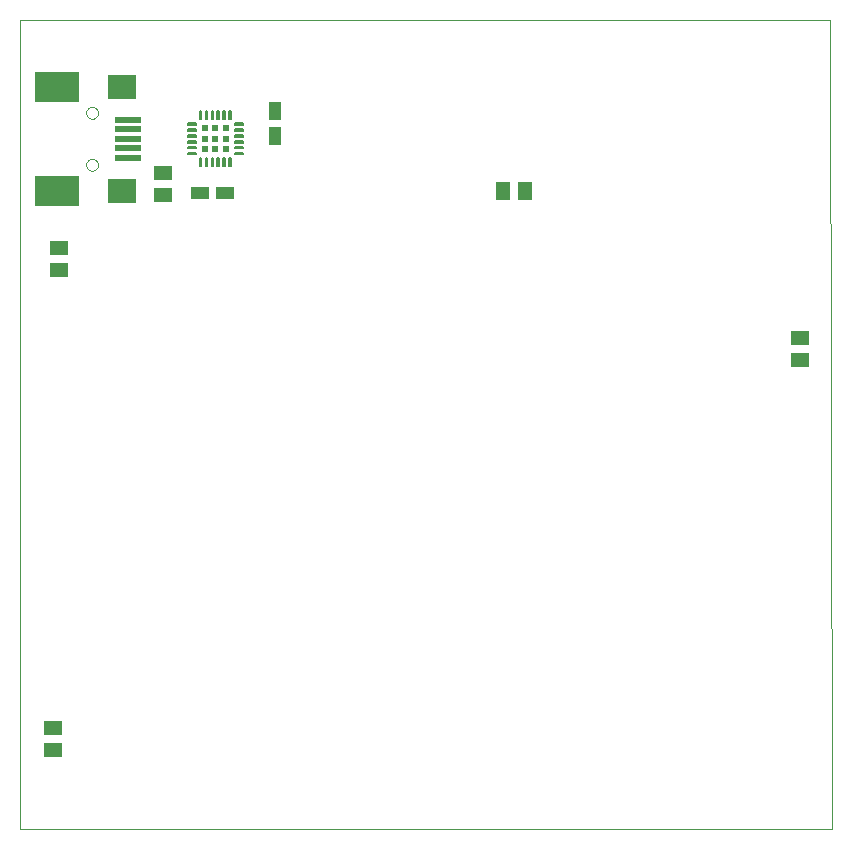
<source format=gtp>
G75*
G70*
%OFA0B0*%
%FSLAX24Y24*%
%IPPOS*%
%LPD*%
%AMOC8*
5,1,8,0,0,1.08239X$1,22.5*
%
%ADD10C,0.0000*%
%ADD11C,0.0055*%
%ADD12R,0.0236X0.0236*%
%ADD13R,0.0945X0.0787*%
%ADD14R,0.0909X0.0197*%
%ADD15R,0.1500X0.1000*%
%ADD16R,0.0591X0.0488*%
%ADD17R,0.0394X0.0591*%
%ADD18R,0.0591X0.0394*%
%ADD19R,0.0488X0.0591*%
D10*
X000800Y000500D02*
X000800Y027470D01*
X027792Y027470D01*
X027842Y000500D01*
X000800Y000500D01*
X002997Y022634D02*
X002999Y022661D01*
X003005Y022688D01*
X003014Y022714D01*
X003027Y022738D01*
X003043Y022761D01*
X003062Y022780D01*
X003084Y022797D01*
X003108Y022811D01*
X003133Y022821D01*
X003160Y022828D01*
X003187Y022831D01*
X003215Y022830D01*
X003242Y022825D01*
X003268Y022817D01*
X003292Y022805D01*
X003315Y022789D01*
X003336Y022771D01*
X003353Y022750D01*
X003368Y022726D01*
X003379Y022701D01*
X003387Y022675D01*
X003391Y022648D01*
X003391Y022620D01*
X003387Y022593D01*
X003379Y022567D01*
X003368Y022542D01*
X003353Y022518D01*
X003336Y022497D01*
X003315Y022479D01*
X003293Y022463D01*
X003268Y022451D01*
X003242Y022443D01*
X003215Y022438D01*
X003187Y022437D01*
X003160Y022440D01*
X003133Y022447D01*
X003108Y022457D01*
X003084Y022471D01*
X003062Y022488D01*
X003043Y022507D01*
X003027Y022530D01*
X003014Y022554D01*
X003005Y022580D01*
X002999Y022607D01*
X002997Y022634D01*
X002997Y024366D02*
X002999Y024393D01*
X003005Y024420D01*
X003014Y024446D01*
X003027Y024470D01*
X003043Y024493D01*
X003062Y024512D01*
X003084Y024529D01*
X003108Y024543D01*
X003133Y024553D01*
X003160Y024560D01*
X003187Y024563D01*
X003215Y024562D01*
X003242Y024557D01*
X003268Y024549D01*
X003292Y024537D01*
X003315Y024521D01*
X003336Y024503D01*
X003353Y024482D01*
X003368Y024458D01*
X003379Y024433D01*
X003387Y024407D01*
X003391Y024380D01*
X003391Y024352D01*
X003387Y024325D01*
X003379Y024299D01*
X003368Y024274D01*
X003353Y024250D01*
X003336Y024229D01*
X003315Y024211D01*
X003293Y024195D01*
X003268Y024183D01*
X003242Y024175D01*
X003215Y024170D01*
X003187Y024169D01*
X003160Y024172D01*
X003133Y024179D01*
X003108Y024189D01*
X003084Y024203D01*
X003062Y024220D01*
X003043Y024239D01*
X003027Y024262D01*
X003014Y024286D01*
X003005Y024312D01*
X002999Y024339D01*
X002997Y024366D01*
D11*
X006383Y024020D02*
X006643Y024020D01*
X006643Y023964D01*
X006383Y023964D01*
X006383Y024020D01*
X006383Y024018D02*
X006643Y024018D01*
X006643Y023823D02*
X006383Y023823D01*
X006643Y023823D02*
X006643Y023767D01*
X006383Y023767D01*
X006383Y023823D01*
X006383Y023821D02*
X006643Y023821D01*
X006643Y023626D02*
X006383Y023626D01*
X006643Y023626D02*
X006643Y023570D01*
X006383Y023570D01*
X006383Y023626D01*
X006383Y023624D02*
X006643Y023624D01*
X006643Y023430D02*
X006383Y023430D01*
X006643Y023430D02*
X006643Y023374D01*
X006383Y023374D01*
X006383Y023430D01*
X006383Y023428D02*
X006643Y023428D01*
X006643Y023233D02*
X006383Y023233D01*
X006643Y023233D02*
X006643Y023177D01*
X006383Y023177D01*
X006383Y023233D01*
X006383Y023231D02*
X006643Y023231D01*
X006643Y023036D02*
X006383Y023036D01*
X006643Y023036D02*
X006643Y022980D01*
X006383Y022980D01*
X006383Y023036D01*
X006383Y023034D02*
X006643Y023034D01*
X006836Y022843D02*
X006836Y022583D01*
X006780Y022583D01*
X006780Y022843D01*
X006836Y022843D01*
X006836Y022637D02*
X006780Y022637D01*
X006780Y022691D02*
X006836Y022691D01*
X006836Y022745D02*
X006780Y022745D01*
X006780Y022799D02*
X006836Y022799D01*
X007033Y022843D02*
X007033Y022583D01*
X006977Y022583D01*
X006977Y022843D01*
X007033Y022843D01*
X007033Y022637D02*
X006977Y022637D01*
X006977Y022691D02*
X007033Y022691D01*
X007033Y022745D02*
X006977Y022745D01*
X006977Y022799D02*
X007033Y022799D01*
X007230Y022843D02*
X007230Y022583D01*
X007174Y022583D01*
X007174Y022843D01*
X007230Y022843D01*
X007230Y022637D02*
X007174Y022637D01*
X007174Y022691D02*
X007230Y022691D01*
X007230Y022745D02*
X007174Y022745D01*
X007174Y022799D02*
X007230Y022799D01*
X007426Y022843D02*
X007426Y022583D01*
X007370Y022583D01*
X007370Y022843D01*
X007426Y022843D01*
X007426Y022637D02*
X007370Y022637D01*
X007370Y022691D02*
X007426Y022691D01*
X007426Y022745D02*
X007370Y022745D01*
X007370Y022799D02*
X007426Y022799D01*
X007623Y022843D02*
X007623Y022583D01*
X007567Y022583D01*
X007567Y022843D01*
X007623Y022843D01*
X007623Y022637D02*
X007567Y022637D01*
X007567Y022691D02*
X007623Y022691D01*
X007623Y022745D02*
X007567Y022745D01*
X007567Y022799D02*
X007623Y022799D01*
X007820Y022843D02*
X007820Y022583D01*
X007764Y022583D01*
X007764Y022843D01*
X007820Y022843D01*
X007820Y022637D02*
X007764Y022637D01*
X007764Y022691D02*
X007820Y022691D01*
X007820Y022745D02*
X007764Y022745D01*
X007764Y022799D02*
X007820Y022799D01*
X007957Y022980D02*
X008217Y022980D01*
X007957Y022980D02*
X007957Y023036D01*
X008217Y023036D01*
X008217Y022980D01*
X008217Y023034D02*
X007957Y023034D01*
X007957Y023177D02*
X008217Y023177D01*
X007957Y023177D02*
X007957Y023233D01*
X008217Y023233D01*
X008217Y023177D01*
X008217Y023231D02*
X007957Y023231D01*
X007957Y023374D02*
X008217Y023374D01*
X007957Y023374D02*
X007957Y023430D01*
X008217Y023430D01*
X008217Y023374D01*
X008217Y023428D02*
X007957Y023428D01*
X007957Y023570D02*
X008217Y023570D01*
X007957Y023570D02*
X007957Y023626D01*
X008217Y023626D01*
X008217Y023570D01*
X008217Y023624D02*
X007957Y023624D01*
X007957Y023767D02*
X008217Y023767D01*
X007957Y023767D02*
X007957Y023823D01*
X008217Y023823D01*
X008217Y023767D01*
X008217Y023821D02*
X007957Y023821D01*
X007957Y023964D02*
X008217Y023964D01*
X007957Y023964D02*
X007957Y024020D01*
X008217Y024020D01*
X008217Y023964D01*
X008217Y024018D02*
X007957Y024018D01*
X007764Y024157D02*
X007764Y024417D01*
X007820Y024417D01*
X007820Y024157D01*
X007764Y024157D01*
X007764Y024211D02*
X007820Y024211D01*
X007820Y024265D02*
X007764Y024265D01*
X007764Y024319D02*
X007820Y024319D01*
X007820Y024373D02*
X007764Y024373D01*
X007567Y024417D02*
X007567Y024157D01*
X007567Y024417D02*
X007623Y024417D01*
X007623Y024157D01*
X007567Y024157D01*
X007567Y024211D02*
X007623Y024211D01*
X007623Y024265D02*
X007567Y024265D01*
X007567Y024319D02*
X007623Y024319D01*
X007623Y024373D02*
X007567Y024373D01*
X007370Y024417D02*
X007370Y024157D01*
X007370Y024417D02*
X007426Y024417D01*
X007426Y024157D01*
X007370Y024157D01*
X007370Y024211D02*
X007426Y024211D01*
X007426Y024265D02*
X007370Y024265D01*
X007370Y024319D02*
X007426Y024319D01*
X007426Y024373D02*
X007370Y024373D01*
X007174Y024417D02*
X007174Y024157D01*
X007174Y024417D02*
X007230Y024417D01*
X007230Y024157D01*
X007174Y024157D01*
X007174Y024211D02*
X007230Y024211D01*
X007230Y024265D02*
X007174Y024265D01*
X007174Y024319D02*
X007230Y024319D01*
X007230Y024373D02*
X007174Y024373D01*
X006977Y024417D02*
X006977Y024157D01*
X006977Y024417D02*
X007033Y024417D01*
X007033Y024157D01*
X006977Y024157D01*
X006977Y024211D02*
X007033Y024211D01*
X007033Y024265D02*
X006977Y024265D01*
X006977Y024319D02*
X007033Y024319D01*
X007033Y024373D02*
X006977Y024373D01*
X006780Y024417D02*
X006780Y024157D01*
X006780Y024417D02*
X006836Y024417D01*
X006836Y024157D01*
X006780Y024157D01*
X006780Y024211D02*
X006836Y024211D01*
X006836Y024265D02*
X006780Y024265D01*
X006780Y024319D02*
X006836Y024319D01*
X006836Y024373D02*
X006780Y024373D01*
D12*
X006946Y023854D03*
X006946Y023500D03*
X006946Y023146D03*
X007300Y023146D03*
X007300Y023500D03*
X007300Y023854D03*
X007654Y023854D03*
X007654Y023500D03*
X007654Y023146D03*
D13*
X004178Y021768D03*
X004178Y025232D03*
D14*
X004400Y024130D03*
X004400Y023815D03*
X004400Y023500D03*
X004400Y023185D03*
X004400Y022870D03*
D15*
X002013Y021768D03*
X002013Y025232D03*
D16*
X005550Y022374D03*
X005550Y021626D03*
X002100Y019874D03*
X002100Y019126D03*
X001900Y003874D03*
X001900Y003126D03*
X026800Y016126D03*
X026800Y016874D03*
D17*
X009300Y023586D03*
X009300Y024414D03*
D18*
X007614Y021700D03*
X006786Y021700D03*
D19*
X016876Y021750D03*
X017624Y021750D03*
M02*

</source>
